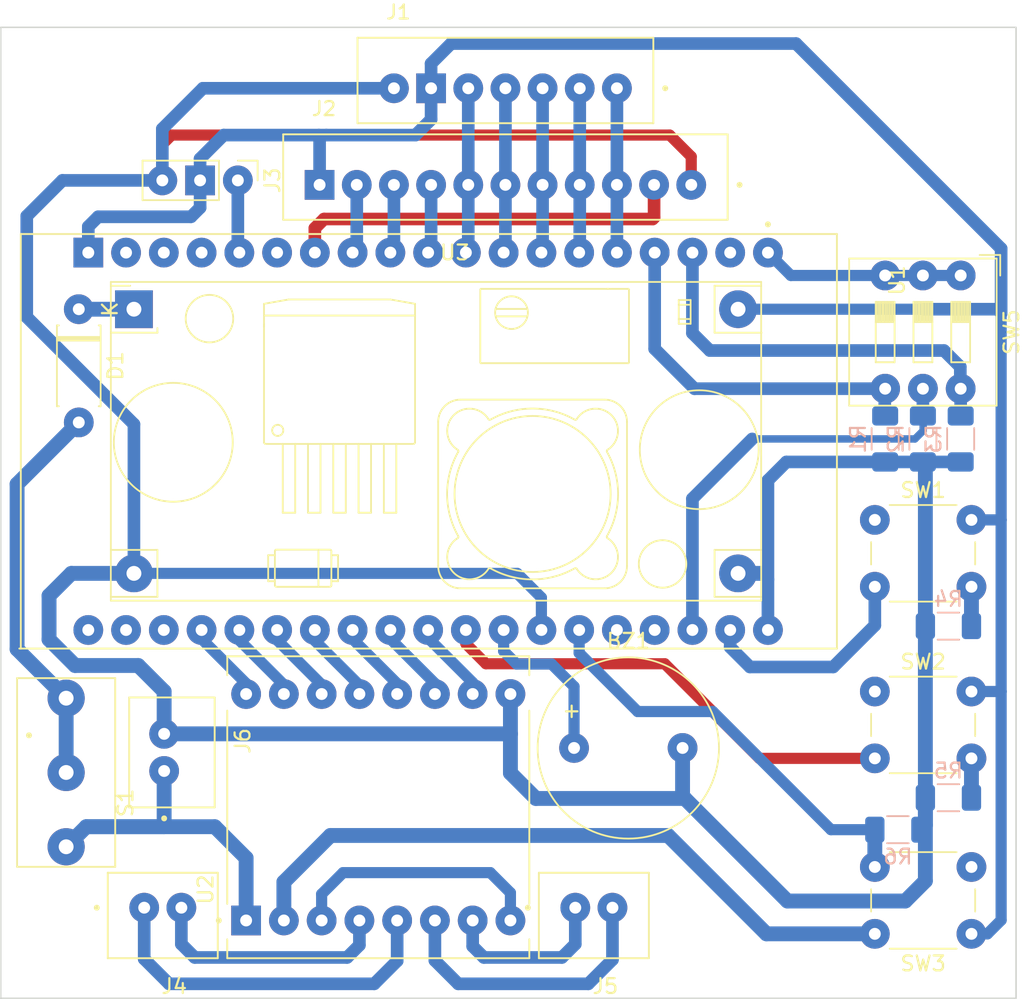
<source format=kicad_pcb>
(kicad_pcb (version 20221018) (generator pcbnew)
  (layers (0 "F.Cu" signal) (31 "B.Cu" signal) (34 "B.Paste" user) (35 "F.Paste" user) (36 "B.SilkS" user "B.Silkscreen") (37 "F.SilkS" user "F.Silkscreen") (38 "B.Mask" user) (39 "F.Mask" user) (44 "Edge.Cuts" user))
  (net 0 "")
  (net 1 "Net-(U2-A02)")
  (net 2 "Net-(U2-A01)")
  (net 3 "Net-(U2-B02)")
  (net 4 "Net-(U2-B01)")
  (net 5 "GND")
  (net 6 "+5V")
  (net 7 "+3.3V")
  (net 9 "/1")
  (net 10 "/2")
  (net 11 "/3")
  (net 12 "/4")
  (net 13 "/5")
  (net 14 "/6")
  (net 15 "/7")
  (net 16 "/8")
  (net 17 "/IR")
  (net 18 "/Servo")
  (net 22 "/SW1")
  (net 23 "/SW2")
  (net 26 "/B")
  (net 27 "/B2")
  (net 28 "/B1")
  (net 29 "/STBY")
  (net 30 "/A1")
  (net 31 "/A2")
  (net 32 "/A")
  (net 36 "/SW3")
  (net 37 "/But1")
  (net 38 "/But2")
  (net 39 "/But3")
  (net 40 "Net-(D1-K)")
  (net 41 "VCC")
  (net 42 "/Buzz")
  (net 43 "Net-(D1-A)")
  (net 44 "/TTP223")
  (footprint "Connector_PinHeader_2.54mm:PinHeader_1x03_P2.54mm_Vertical" (layer "F.Cu") (at 125.7834 78.8667 -90)
    (fp_text reference "J3" (at 0 -2.33 90) (layer "F.SilkS"))
    (fp_text value "Conn_01x03_Pin" hide)
    (pad "1" thru_hole circle (at 0 0 270) (size 2 2) (drill 0.8) (layers "*.Cu" "*.Mask") (net 18 "/Servo"))
    (pad "2" thru_hole rect (at 0 2.54 270) (size 2 2) (drill 0.8) (layers "*.Cu" "*.Mask") (net 6 "+5V"))
    (pad "3" thru_hole circle (at 0 5.08 270) (size 2 2) (drill 0.8) (layers "*.Cu" "*.Mask") (net 5 "GND"))
  )
  (footprint "Button_Switch_THT:SW_PUSH_6mm_H4.3mm" (layer "F.Cu") (at 168.6334 101.7167)
    (fp_text reference "SW1" (at 3.25 -2) (layer "F.SilkS"))
    (fp_text value "SW_Push")
    (pad "1" thru_hole circle (at 0 0) (size 2 2) (drill 0.8) (layers "*.Cu" "*.Mask") (net 6 "+5V"))
    (pad "1" thru_hole circle (at 6.5 0) (size 2 2) (drill 0.8) (layers "*.Cu" "*.Mask") (net 6 "+5V"))
    (pad "2" thru_hole circle (at 0 4.5) (size 2 2) (drill 0.8) (layers "*.Cu" "*.Mask") (net 37 "/But1"))
    (pad "2" thru_hole circle (at 6.5 4.5) (size 2 2) (drill 0.8) (layers "*.Cu" "*.Mask") (net 37 "/But1"))
  )
  (footprint "Footprints:YAAJ_DCDC_StepDown_LM2596" (layer "F.Cu") (at 118.7934 87.5367)
    (fp_text reference "U3" (at 21.59 -3.81) (layer "F.SilkS"))
    (fp_text value "Module_LM2596")
    (pad "1" thru_hole rect (at 0 0) (size 2.54 2.54) (drill 1) (layers "*.Cu" "*.Mask") (net 40 "Net-(D1-K)"))
    (pad "2" thru_hole circle (at 0 17.78) (size 2.54 2.54) (drill 1) (layers "*.Cu" "*.Mask") (net 5 "GND"))
    (pad "3" thru_hole circle (at 40.64 17.78) (size 2.54 2.54) (drill 1) (layers "*.Cu" "*.Mask") (net 5 "GND"))
    (pad "4" thru_hole circle (at 40.64 0) (size 2.54 2.54) (drill 1) (layers "*.Cu" "*.Mask") (net 6 "+5V"))
  )
  (footprint "Button_Switch_THT:SW_PUSH_6mm_H4.3mm" (layer "F.Cu") (at 175.1334 129.5767 180)
    (fp_text reference "SW3" (at 3.25 -2) (layer "F.SilkS"))
    (fp_text value "SW_Push")
    (pad "1" thru_hole circle (at 0 0 180) (size 2 2) (drill 0.8) (layers "*.Cu" "*.Mask") (net 6 "+5V"))
    (pad "1" thru_hole circle (at 6.5 0 180) (size 2 2) (drill 0.8) (layers "*.Cu" "*.Mask") (net 6 "+5V"))
    (pad "2" thru_hole circle (at 0 4.5 180) (size 2 2) (drill 0.8) (layers "*.Cu" "*.Mask") (net 39 "/But3"))
    (pad "2" thru_hole circle (at 6.5 4.5 180) (size 2 2) (drill 0.8) (layers "*.Cu" "*.Mask") (net 39 "/But3"))
  )
  (footprint "2xh:JST_B2B-XH-A_LF__SN_" (layer "F.Cu") (at 121.35 117.3667 -90)
    (fp_text reference "J6" (at -0.775 -4.76 90) (layer "F.SilkS"))
    (fp_text value "connector")
    (pad "1" thru_hole circle (at 1.25 0.525 270) (size 2 2) (drill 0.8) (layers "*.Cu" "*.Mask") (net 41 "VCC"))
    (pad "2" thru_hole circle (at -1.25 0.525 270) (size 2 2) (drill 0.8) (layers "*.Cu" "*.Mask") (net 5 "GND"))
  )
  (footprint "2xh:JST_B2B-XH-A_LF__SN_" (layer "F.Cu") (at 149.7334 128.3417 180)
    (fp_text reference "J5" (at -0.775 -4.76) (layer "F.SilkS"))
    (fp_text value "B2B-XH-A_LF__SN_" hide)
    (pad "1" thru_hole circle (at 1.25 0.525 180) (size 2 2) (drill 0.8) (layers "*.Cu" "*.Mask") (net 4 "Net-(U2-B01)"))
    (pad "2" thru_hole circle (at -1.25 0.525 180) (size 2 2) (drill 0.8) (layers "*.Cu" "*.Mask") (net 3 "Net-(U2-B02)"))
  )
  (footprint "Button_Switch_THT:SW_PUSH_6mm_H4.3mm" (layer "F.Cu") (at 168.6334 113.2667)
    (fp_text reference "SW2" (at 3.25 -2) (layer "F.SilkS"))
    (fp_text value "SW_Push")
    (pad "1" thru_hole circle (at 0 0) (size 2 2) (drill 0.8) (layers "*.Cu" "*.Mask") (net 6 "+5V"))
    (pad "1" thru_hole circle (at 6.5 0) (size 2 2) (drill 0.8) (layers "*.Cu" "*.Mask") (net 6 "+5V"))
    (pad "2" thru_hole circle (at 0 4.5) (size 2 2) (drill 0.8) (layers "*.Cu" "*.Mask") (net 38 "/But2"))
    (pad "2" thru_hole circle (at 6.5 4.5) (size 2 2) (drill 0.8) (layers "*.Cu" "*.Mask") (net 38 "/But2"))
  )
  (footprint "7xh:JST_B7B-XH-A_LF__SN_" (layer "F.Cu") (at 143.7834 72.1417)
    (fp_text reference "J1" (at -7.2 -4.6) (layer "F.SilkS") (effects (font (size 0.944882 0.944882))))
    (fp_text value "~")
    (pad "1" thru_hole circle (at 7.5 0.525) (size 2 2) (drill 0.8) (layers "*.Cu" "*.Mask") (net 9 "/1"))
    (pad "2" thru_hole circle (at 5 0.525) (size 2 2) (drill 0.8) (layers "*.Cu" "*.Mask") (net 10 "/2"))
    (pad "3" thru_hole circle (at 2.5 0.525) (size 2 2) (drill 0.8) (layers "*.Cu" "*.Mask") (net 11 "/3"))
    (pad "4" thru_hole circle (at 0 0.525) (size 2 2) (drill 0.8) (layers "*.Cu" "*.Mask") (net 12 "/4"))
    (pad "5" thru_hole circle (at -2.5 0.525) (size 2 2) (drill 0.8) (layers "*.Cu" "*.Mask") (net 13 "/5"))
    (pad "6" thru_hole rect (at -5 0.525) (size 2 2) (drill 0.8) (layers "*.Cu" "*.Mask") (net 6 "+5V"))
    (pad "7" thru_hole circle (at -7.5 0.525) (size 2 2) (drill 0.8) (layers "*.Cu" "*.Mask") (net 5 "GND"))
  )
  (footprint "Diode_THT:D_DO-41_SOD81_P7.62mm_Horizontal" (layer "F.Cu") (at 115.0834 87.5367 -90)
    (fp_text reference "D1" (at 3.81 -2.47 90) (layer "F.SilkS"))
    (fp_text value "1N4007")
    (fp_text user "K" (at 0 -2.1 90) (layer "F.SilkS"))
    (pad "1" thru_hole circle (at 0 0 270) (size 2 2) (drill 0.8) (layers "*.Cu" "*.Mask") (net 40 "Net-(D1-K)"))
    (pad "2" thru_hole circle (at 7.62 0 270) (size 2 2) (drill 0.8) (layers "*.Cu" "*.Mask") (net 43 "Net-(D1-A)"))
  )
  (footprint "11xh:JST_B11B-XH-A_LF__SN_" (layer "F.Cu") (at 143.7834 78.6417)
    (fp_text reference "J2" (at -12.2 -4.6) (layer "F.SilkS") (effects (font (size 0.944882 0.944882))))
    (fp_text value "B11B-XH-A_LF__SN_")
    (pad "1" thru_hole circle (at 12.5 0.525) (size 2 2) (drill 0.8) (layers "*.Cu" "*.Mask") (net 5 "GND"))
    (pad "2" thru_hole circle (at 10 0.525) (size 2 2) (drill 0.8) (layers "*.Cu" "*.Mask") (net 17 "/IR"))
    (pad "3" thru_hole circle (at 7.5 0.525) (size 2 2) (drill 0.8) (layers "*.Cu" "*.Mask") (net 9 "/1"))
    (pad "4" thru_hole circle (at 5 0.525) (size 2 2) (drill 0.8) (layers "*.Cu" "*.Mask") (net 10 "/2"))
    (pad "5" thru_hole circle (at 2.5 0.525) (size 2 2) (drill 0.8) (layers "*.Cu" "*.Mask") (net 11 "/3"))
    (pad "6" thru_hole circle (at 0 0.525) (size 2 2) (drill 0.8) (layers "*.Cu" "*.Mask") (net 12 "/4"))
    (pad "7" thru_hole circle (at -2.5 0.525) (size 2 2) (drill 0.8) (layers "*.Cu" "*.Mask") (net 13 "/5"))
    (pad "8" thru_hole circle (at -5 0.525) (size 2 2) (drill 0.8) (layers "*.Cu" "*.Mask") (net 14 "/6"))
    (pad "9" thru_hole circle (at -7.5 0.525) (size 2 2) (drill 0.8) (layers "*.Cu" "*.Mask") (net 15 "/7"))
    (pad "10" thru_hole circle (at -10 0.525) (size 2 2) (drill 0.8) (layers "*.Cu" "*.Mask") (net 16 "/8"))
    (pad "11" thru_hole rect (at -12.5 0.525) (size 2 2) (drill 0.8) (layers "*.Cu" "*.Mask") (net 6 "+5V"))
  )
  (footprint "2xh:JST_B2B-XH-A_LF__SN_" (layer "F.Cu") (at 120.7334 128.3417 180)
    (fp_text reference "J4" (at -0.775 -4.76) (layer "F.SilkS"))
    (fp_text value "B2B-XH-A_LF__SN_" hide)
    (pad "1" thru_hole circle (at 1.25 0.525 180) (size 2 2) (drill 0.8) (layers "*.Cu" "*.Mask") (net 1 "Net-(U2-A02)"))
    (pad "2" thru_hole circle (at -1.25 0.525 180) (size 2 2) (drill 0.8) (layers "*.Cu" "*.Mask") (net 2 "Net-(U2-A01)"))
  )
  (footprint "TB6612:MODULE_ROB-14450" (layer "F.Cu") (at 135.23 121.0567 90)
    (fp_text reference "U2" (at -5.5332 -11.6132 90) (layer "F.SilkS"))
    (fp_text value "TB6612" hide)
    (pad "1" thru_hole rect (at -7.62 -8.89 90) (size 2 2) (drill 0.8) (layers "*.Cu" "*.Mask") (net 41 "VCC"))
    (pad "2" thru_hole circle (at -7.62 -6.35 90) (size 2 2) (drill 0.8) (layers "*.Cu" "*.Mask") (net 6 "+5V"))
    (pad "3" thru_hole circle (at -7.62 -3.81 90) (size 2 2) (drill 0.8) (layers "*.Cu" "*.Mask") (net 5 "GND"))
    (pad "4" thru_hole circle (at -7.62 -1.27 90) (size 2 2) (drill 0.8) (layers "*.Cu" "*.Mask") (net 2 "Net-(U2-A01)"))
    (pad "5" thru_hole circle (at -7.62 1.27 90) (size 2 2) (drill 0.8) (layers "*.Cu" "*.Mask") (net 1 "Net-(U2-A02)"))
    (pad "6" thru_hole circle (at -7.62 3.81 90) (size 2 2) (drill 0.8) (layers "*.Cu" "*.Mask") (net 3 "Net-(U2-B02)"))
    (pad "7" thru_hole circle (at -7.62 6.35 90) (size 2 2) (drill 0.8) (layers "*.Cu" "*.Mask") (net 4 "Net-(U2-B01)"))
    (pad "8" thru_hole circle (at -7.62 8.89 90) (size 2 2) (drill 0.8) (layers "*.Cu" "*.Mask") (net 5 "GND"))
    (pad "9" thru_hole circle (at 7.62 8.89 90) (size 2 2) (drill 0.8) (layers "*.Cu" "*.Mask") (net 5 "GND"))
    (pad "10" thru_hole circle (at 7.62 6.35 90) (size 2 2) (drill 0.8) (layers "*.Cu" "*.Mask") (net 26 "/B"))
    (pad "11" thru_hole circle (at 7.62 3.81 90) (size 2 2) (drill 0.8) (layers "*.Cu" "*.Mask") (net 27 "/B2"))
    (pad "12" thru_hole circle (at 7.62 1.27 90) (size 2 2) (drill 0.8) (layers "*.Cu" "*.Mask") (net 28 "/B1"))
    (pad "13" thru_hole circle (at 7.62 -1.27 90) (size 2 2) (drill 0.8) (layers "*.Cu" "*.Mask") (net 29 "/STBY"))
    (pad "14" thru_hole circle (at 7.62 -3.81 90) (size 2 2) (drill 0.8) (layers "*.Cu" "*.Mask") (net 30 "/A1"))
    (pad "15" thru_hole circle (at 7.62 -6.35 90) (size 2 2) (drill 0.8) (layers "*.Cu" "*.Mask") (net 31 "/A2"))
    (pad "16" thru_hole circle (at 7.62 -8.89 90) (size 2 2) (drill 0.8) (layers "*.Cu" "*.Mask") (net 32 "/A"))
  )
  (footprint "ESP32-DEVKITC-32D:MODULE_ESP32-DEVKITC-32D" (layer "F.Cu") (at 141.6834 96.4267 -90)
    (fp_text reference "U1" (at -10.829175 -28.446045 90) (layer "F.SilkS") (effects (font (size 1.000386 1.000386))))
    (fp_text value "ESP32-DEVKITC-32D" hide)
    (pad "J2-1" thru_hole circle (at -12.7 -19.76 270) (size 2 2) (drill 0.8) (layers "*.Cu" "*.Mask") (net 7 "+3.3V"))
    (pad "J2-2" thru_hole circle (at -12.7 -17.22 270) (size 2 2) (drill 0.8) (layers "*.Cu" "*.Mask"))
    (pad "J2-3" thru_hole circle (at -12.7 -14.68 270) (size 2 2) (drill 0.8) (layers "*.Cu" "*.Mask") (net 36 "/SW3"))
    (pad "J2-4" thru_hole circle (at -12.7 -12.14 270) (size 2 2) (drill 0.8) (layers "*.Cu" "*.Mask") (net 22 "/SW1"))
    (pad "J2-5" thru_hole circle (at -12.7 -9.6 270) (size 2 2) (drill 0.8) (layers "*.Cu" "*.Mask") (net 9 "/1"))
    (pad "J2-6" thru_hole circle (at -12.7 -7.06 270) (size 2 2) (drill 0.8) (layers "*.Cu" "*.Mask") (net 10 "/2"))
    (pad "J2-7" thru_hole circle (at -12.7 -4.52 270) (size 2 2) (drill 0.8) (layers "*.Cu" "*.Mask") (net 11 "/3"))
    (pad "J2-8" thru_hole circle (at -12.7 -1.98 270) (size 2 2) (drill 0.8) (layers "*.Cu" "*.Mask") (net 12 "/4"))
    (pad "J2-9" thru_hole circle (at -12.7 0.56 270) (size 2 2) (drill 0.8) (layers "*.Cu" "*.Mask") (net 13 "/5"))
    (pad "J2-10" thru_hole circle (at -12.7 3.1 270) (size 2 2) (drill 0.8) (layers "*.Cu" "*.Mask") (net 14 "/6"))
    (pad "J2-11" thru_hole circle (at -12.7 5.64 270) (size 2 2) (drill 0.8) (layers "*.Cu" "*.Mask") (net 15 "/7"))
    (pad "J2-12" thru_hole circle (at -12.7 8.18 270) (size 2 2) (drill 0.8) (layers "*.Cu" "*.Mask") (net 16 "/8"))
    (pad "J2-13" thru_hole circle (at -12.7 10.72 270) (size 2 2) (drill 0.8) (layers "*.Cu" "*.Mask") (net 17 "/IR"))
    (pad "J2-14" thru_hole circle (at -12.7 13.26 270) (size 2 2) (drill 0.8) (layers "*.Cu" "*.Mask") (net 5 "GND"))
    (pad "J2-15" thru_hole circle (at -12.7 15.8 270) (size 2 2) (drill 0.8) (layers "*.Cu" "*.Mask") (net 44 "/TTP223"))
    (pad "J2-16" thru_hole circle (at -12.7 18.34 270) (size 2 2) (drill 0.8) (layers "*.Cu" "*.Mask"))
    (pad "J2-17" thru_hole circle (at -12.7 20.88 270) (size 2 2) (drill 0.8) (layers "*.Cu" "*.Mask"))
    (pad "J2-18" thru_hole circle (at -12.7 23.42 270) (size 2 2) (drill 0.8) (layers "*.Cu" "*.Mask"))
    (pad "J2-19" thru_hole rect (at -12.7 25.96 270) (size 2 2) (drill 0.8) (layers "*.Cu" "*.Mask") (net 6 "+5V"))
    (pad "J3-1" thru_hole circle (at 12.7 -19.76 270) (size 2 2) (drill 0.8) (layers "*.Cu" "*.Mask") (net 5 "GND"))
    (pad "J3-2" thru_hole circle (at 12.7 -17.22 270) (size 2 2) (drill 0.8) (layers "*.Cu" "*.Mask") (net 37 "/But1"))
    (pad "J3-3" thru_hole circle (at 12.7 -14.68 270) (size 2 2) (drill 0.8) (layers "*.Cu" "*.Mask") (net 23 "/SW2"))
    (pad "J3-4" thru_hole circle (at 12.7 -12.14 270) (size 2 2) (drill 0.8) (layers "*.Cu" "*.Mask"))
    (pad "J3-5" thru_hole circle (at 12.7 -9.6 270) (size 2 2) (drill 0.8) (layers "*.Cu" "*.Mask"))
    (pad "J3-6" thru_hole circle (at 12.7 -7.06 270) (size 2 2) (drill 0.8) (layers "*.Cu" "*.Mask") (net 39 "/But3"))
    (pad "J3-7" thru_hole circle (at 12.7 -4.52 270) (size 2 2) (drill 0.8) (layers "*.Cu" "*.Mask") (net 5 "GND"))
    (pad "J3-8" thru_hole circle (at 12.7 -1.98 270) (size 2 2) (drill 0.8) (layers "*.Cu" "*.Mask") (net 42 "/Buzz"))
    (pad "J3-9" thru_hole circle (at 12.7 0.56 270) (size 2 2) (drill 0.8) (layers "*.Cu" "*.Mask") (net 38 "/But2"))
    (pad "J3-10" thru_hole circle (at 12.7 3.1 270) (size 2 2) (drill 0.8) (layers "*.Cu" "*.Mask") (net 26 "/B"))
    (pad "J3-11" thru_hole circle (at 12.7 5.64 270) (size 2 2) (drill 0.8) (layers "*.Cu" "*.Mask") (net 27 "/B2"))
    (pad "J3-12" thru_hole circle (at 12.7 8.18 270) (size 2 2) (drill 0.8) (layers "*.Cu" "*.Mask") (net 28 "/B1"))
    (pad "J3-13" thru_hole circle (at 12.7 10.72 270) (size 2 2) (drill 0.8) (layers "*.Cu" "*.Mask") (net 29 "/STBY"))
    (pad "J3-14" thru_hole circle (at 12.7 13.26 270) (size 2 2) (drill 0.8) (layers "*.Cu" "*.Mask") (net 30 "/A1"))
    (pad "J3-15" thru_hole circle (at 12.7 15.8 270) (size 2 2) (drill 0.8) (layers "*.Cu" "*.Mask") (net 31 "/A2"))
    (pad "J3-16" thru_hole circle (at 12.7 18.34 270) (size 2 2) (drill 0.8) (layers "*.Cu" "*.Mask") (net 32 "/A"))
    (pad "J3-17" thru_hole circle (at 12.7 20.88 270) (size 2 2) (drill 0.8) (layers "*.Cu" "*.Mask"))
    (pad "J3-18" thru_hole circle (at 12.7 23.42 270) (size 2 2) (drill 0.8) (layers "*.Cu" "*.Mask"))
    (pad "J3-19" thru_hole circle (at 12.7 25.96 270) (size 2 2) (drill 0.8) (layers "*.Cu" "*.Mask"))
  )
  (footprint "Buzzer_Beeper:Buzzer_12x9.5RM7.6" (layer "F.Cu") (at 148.25 117.0667)
    (fp_text reference "BZ1" (at 3.8 -7.2) (layer "F.SilkS"))
    (fp_text value "Buzzer")
    (fp_text user "+" (at -0.01 -2.54) (layer "F.SilkS"))
    (pad "1" thru_hole circle (at 0.15 0) (size 2 2) (drill 0.8) (layers "*.Cu" "*.Mask") (net 42 "/Buzz"))
    (pad "2" thru_hole circle (at 7.45 0) (size 2 2) (drill 0.8) (layers "*.Cu" "*.Mask") (net 5 "GND"))
  )
  (footprint "eg1218:SW_EG1218" (layer "F.Cu") (at 114.2334 118.7167 -90)
    (fp_text reference "S1" (at 2.05 -4 90) (layer "F.SilkS"))
    (fp_text value "công tắc")
    (pad "1" thru_hole circle (at -5 0 270) (size 2.5 2.5) (drill 1) (layers "*.Cu" "*.Mask") (net 43 "Net-(D1-A)"))
    (pad "2" thru_hole circle (at 0 0 270) (size 2.5 2.5) (drill 1) (layers "*.Cu" "*.Mask") (net 43 "Net-(D1-A)"))
    (pad "3" thru_hole circle (at 5 0 270) (size 2.5 2.5) (drill 1) (layers "*.Cu" "*.Mask") (net 41 "VCC"))
  )
  (footprint "Button_Switch_THT:SW_DIP_SPSTx03_Slide_9.78x9.8mm_W7.62mm_P2.54mm" (layer "F.Cu") (at 174.4084 85.2667 -90)
    (fp_text reference "SW5" (at 3.81 -3.42 90) (layer "F.SilkS"))
    (fp_text value "SW_DIP_x03")
    (pad "1" thru_hole circle (at 0 0 270) (size 2 2) (drill 0.8) (layers "*.Cu" "*.Mask") (net 7 "+3.3V"))
    (pad "2" thru_hole circle (at 0 2.54 270) (size 2 2) (drill 0.8) (layers "*.Cu" "*.Mask") (net 7 "+3.3V"))
    (pad "3" thru_hole circle (at 0 5.08 270) (size 2 2) (drill 0.8) (layers "*.Cu" "*.Mask") (net 7 "+3.3V"))
    (pad "4" thru_hole circle (at 7.62 5.08 270) (size 2 2) (drill 0.8) (layers "*.Cu" "*.Mask") (net 22 "/SW1"))
    (pad "5" thru_hole circle (at 7.62 2.54 270) (size 2 2) (drill 0.8) (layers "*.Cu" "*.Mask") (net 23 "/SW2"))
    (pad "6" thru_hole circle (at 7.62 0 270) (size 2 2) (drill 0.8) (layers "*.Cu" "*.Mask") (net 36 "/SW3"))
  )
  (footprint "Resistor_SMD:R_1206_3216Metric_Pad1.30x1.75mm_HandSolder" (layer "B.Cu") (at 174.4084 96.2667 -90)
    (fp_text reference "R3" (at 0 1.82 -270) (layer "B.SilkS") (effects (justify mirror)))
    (fp_text value "R")
    (pad "1" smd roundrect (at -1.55 0 270) (size 1.3 1.75) (layers "B.Cu" "B.Paste" "B.Mask") (roundrect_rratio 0.192308) (net 36 "/SW3"))
    (pad "2" smd roundrect (at 1.55 0 270) (size 1.3 1.75) (layers "B.Cu" "B.Paste" "B.Mask") (roundrect_rratio 0.192308) (net 5 "GND"))
  )
  (footprint "Resistor_SMD:R_1206_3216Metric_Pad1.30x1.75mm_HandSolder" (layer "B.Cu") (at 170.1834 122.5667)
    (fp_text reference "R6" (at 0 1.82) (layer "B.SilkS") (effects (justify mirror)))
    (fp_text value "R")
    (pad "1" smd roundrect (at -1.55 0) (size 1.3 1.75) (layers "B.Cu" "B.Paste" "B.Mask") (roundrect_rratio 0.192308) (net 39 "/But3"))
    (pad "2" smd roundrect (at 1.55 0) (size 1.3 1.75) (layers "B.Cu" "B.Paste" "B.Mask") (roundrect_rratio 0.192308) (net 5 "GND"))
  )
  (footprint "Resistor_SMD:R_1206_3216Metric_Pad1.30x1.75mm_HandSolder" (layer "B.Cu") (at 173.5834 120.4167 180)
    (fp_text reference "R5" (at 0 1.82) (layer "B.SilkS") (effects (justify mirror)))
    (fp_text value "R")
    (pad "1" smd roundrect (at -1.55 0 180) (size 1.3 1.75) (layers "B.Cu" "B.Paste" "B.Mask") (roundrect_rratio 0.192308) (net 38 "/But2"))
    (pad "2" smd roundrect (at 1.55 0 180) (size 1.3 1.75) (layers "B.Cu" "B.Paste" "B.Mask") (roundrect_rratio 0.192308) (net 5 "GND"))
  )
  (footprint "Resistor_SMD:R_1206_3216Metric_Pad1.30x1.75mm_HandSolder" (layer "B.Cu") (at 169.3284 96.2667 -90)
    (fp_text reference "R1" (at 0 1.82 -270) (layer "B.SilkS") (effects (justify mirror)))
    (fp_text value "R")
    (pad "1" smd roundrect (at -1.55 0 270) (size 1.3 1.75) (layers "B.Cu" "B.Paste" "B.Mask") (roundrect_rratio 0.192308) (net 22 "/SW1"))
    (pad "2" smd roundrect (at 1.55 0 270) (size 1.3 1.75) (layers "B.Cu" "B.Paste" "B.Mask") (roundrect_rratio 0.192308) (net 5 "GND"))
  )
  (footprint "Resistor_SMD:R_1206_3216Metric_Pad1.30x1.75mm_HandSolder" (layer "B.Cu") (at 173.5834 108.8667 180)
    (fp_text reference "R4" (at 0 1.82) (layer "B.SilkS") (effects (justify mirror)))
    (fp_text value "R")
    (pad "1" smd roundrect (at -1.55 0 180) (size 1.3 1.75) (layers "B.Cu" "B.Paste" "B.Mask") (roundrect_rratio 0.192308) (net 37 "/But1"))
    (pad "2" smd roundrect (at 1.55 0 180) (size 1.3 1.75) (layers "B.Cu" "B.Paste" "B.Mask") (roundrect_rratio 0.192308) (net 5 "GND"))
  )
  (footprint "Resistor_SMD:R_1206_3216Metric_Pad1.30x1.75mm_HandSolder" (layer "B.Cu") (at 171.8684 96.2667 -90)
    (fp_text reference "R2" (at 0 1.82 -270) (layer "B.SilkS") (effects (justify mirror)))
    (fp_text value "R")
    (pad "1" smd roundrect (at -1.55 0 270) (size 1.3 1.75) (layers "B.Cu" "B.Paste" "B.Mask") (roundrect_rratio 0.192308) (net 23 "/SW2"))
    (pad "2" smd roundrect (at 1.55 0 270) (size 1.3 1.75) (layers "B.Cu" "B.Paste" "B.Mask") (roundrect_rratio 0.192308) (net 5 "GND"))
  )
  (gr_rect (start 109.8334 68.5667) (end 178.1334 133.9167) (stroke (width 0.1)) (fill none) (layer "Edge.Cuts"))
  (segment (start 121.1584 132.9417) (end 119.4834 131.2667) (width 0.85) (layer "B.Cu") (net 1))
  (segment (start 119.4834 131.2667) (end 119.4834 127.8167) (width 0.85) (layer "B.Cu") (net 1))
  (segment (start 134.9584 132.9417) (end 121.1584 132.9417) (width 0.85) (layer "B.Cu") (net 1))
  (segment (start 136.5 131.4001) (end 134.9584 132.9417) (width 0.85) (layer "B.Cu") (net 1))
  (segment (start 136.5 128.6767) (end 136.5 131.4001) (width 0.85) (layer "B.Cu") (net 1))
  (segment (start 133.96 128.6767) (end 133.96 130.3401) (width 0.85) (layer "B.Cu") (net 2))
  (segment (start 133.96 130.3401) (end 133.1334 131.1667) (width 0.85) (layer "B.Cu") (net 2))
  (segment (start 133.1334 131.1667) (end 122.8834 131.1667) (width 0.85) (layer "B.Cu") (net 2))
  (segment (start 121.9834 130.2667) (end 121.9834 127.8167) (width 0.85) (layer "B.Cu") (net 2))
  (segment (start 122.8834 131.1667) (end 121.9834 130.2667) (width 0.85) (layer "B.Cu") (net 2))
  (segment (start 139.04 131.3733) (end 140.6084 132.9417) (width 0.85) (layer "B.Cu") (net 3))
  (segment (start 150.9834 131.3167) (end 150.9834 127.8167) (width 0.85) (layer "B.Cu") (net 3))
  (segment (start 149.3584 132.9417) (end 150.9834 131.3167) (width 0.85) (layer "B.Cu") (net 3))
  (segment (start 140.6084 132.9417) (end 149.3584 132.9417) (width 0.85) (layer "B.Cu") (net 3))
  (segment (start 139.04 128.6767) (end 139.04 131.3733) (width 0.85) (layer "B.Cu") (net 3))
  (segment (start 142.3334 131.1667) (end 147.5834 131.1667) (width 0.85) (layer "B.Cu") (net 4))
  (segment (start 141.58 128.6767) (end 141.58 130.4133) (width 0.85) (layer "B.Cu") (net 4))
  (segment (start 147.5834 131.1667) (end 148.4834 130.2667) (width 0.85) (layer "B.Cu") (net 4))
  (segment (start 141.58 130.4133) (end 142.3334 131.1667) (width 0.85) (layer "B.Cu") (net 4))
  (segment (start 148.4834 130.2667) (end 148.4834 127.8167) (width 0.85) (layer "B.Cu") (net 4))
  (segment (start 156.2834 77.2667) (end 154.8334 75.8167) (width 0.75) (layer "F.Cu") (net 5))
  (segment (start 154.8334 75.8167) (end 121.3334 75.8167) (width 0.75) (layer "F.Cu") (net 5))
  (segment (start 156.2834 79.1667) (end 156.2834 77.2667) (width 0.75) (layer "F.Cu") (net 5))
  (segment (start 120.7034 76.4467) (end 120.7034 78.8667) (width 0.75) (layer "F.Cu") (net 5))
  (segment (start 121.3334 75.8167) (end 120.7034 76.4467) (width 0.75) (layer "F.Cu") (net 5))
  (segment (start 162.6834 97.8167) (end 161.4434 99.0567) (width 0.85) (layer "B.Cu") (net 5))
  (segment (start 155.7 117.0667) (end 155.7 120.3167) (width 1) (layer "B.Cu") (net 5))
  (segment (start 120.7034 78.8667) (end 120.7034 75.3967) (width 0.85) (layer "B.Cu") (net 5))
  (segment (start 144.12 118.7533) (end 144.12 116.1167) (width 1) (layer "B.Cu") (net 5))
  (segment (start 144.12 126.8133) (end 144.12 128.6767) (width 0.75) (layer "B.Cu") (net 5))
  (segment (start 120.825 113.2583) (end 119.0834 111.5167) (width 1) (layer "B.Cu") (net 5))
  (segment (start 111.5834 81.2667) (end 111.5834 88.0667) (width 0.85) (layer "B.Cu") (net 5))
  (segment (start 144.12 116.1167) (end 144.12 113.4367) (width 1) (layer "B.Cu") (net 5))
  (segment (start 120.825 116.1167) (end 120.825 113.2583) (width 1) (layer "B.Cu") (net 5))
  (segment (start 159.4334 105.3167) (end 161.3034 105.3167) (width 1) (layer "B.Cu") (net 5))
  (segment (start 161.3034 105.3167) (end 161.3134 105.3067) (width 1) (layer "B.Cu") (net 5))
  (segment (start 169.3284 97.9667) (end 169.4784 97.8167) (width 0.85) (layer "B.Cu") (net 5))
  (segment (start 162.75 127.3667) (end 170.6834 127.3667) (width 1) (layer "B.Cu") (net 5))
  (segment (start 155.85 120.4667) (end 145.8334 120.4667) (width 1) (layer "B.Cu") (net 5))
  (segment (start 169.4784 97.8167) (end 174.4084 97.8167) (width 0.85) (layer "B.Cu") (net 5))
  (segment (start 155.7 120.3167) (end 155.85 120.4667) (width 1) (layer "B.Cu") (net 5))
  (segment (start 146.2034 106.9467) (end 144.5734 105.3167) (width 0.75) (layer "B.Cu") (net 5))
  (segment (start 119.0834 111.5167) (end 114.8334 111.5167) (width 1) (layer "B.Cu") (net 5))
  (segment (start 113.0834 109.7667) (end 113.0834 106.8167) (width 1) (layer "B.Cu") (net 5))
  (segment (start 170.6834 127.3667) (end 172.0334 126.0167) (width 1) (layer "B.Cu") (net 5))
  (segment (start 120.7034 78.8667) (end 113.9834 78.8667) (width 0.85) (layer "B.Cu") (net 5))
  (segment (start 114.5834 105.3167) (end 118.7934 105.3167) (width 1) (layer "B.Cu") (net 5))
  (segment (start 172.0334 108.8667) (end 172.0334 97.9817) (width 1) (layer "B.Cu") (net 5))
  (segment (start 111.5834 88.0667) (end 118.7934 95.2767) (width 0.85) (layer "B.Cu") (net 5))
  (segment (start 144.5734 105.3167) (end 118.7934 105.3167) (width 0.75) (layer "B.Cu") (net 5))
  (segment (start 142.7634 125.4567) (end 144.12 126.8133) (width 0.75) (layer "B.Cu") (net 5))
  (segment (start 172.0334 97.9817) (end 171.8684 97.8167) (width 1) (layer "B.Cu") (net 5))
  (segment (start 132.8634 125.4567) (end 142.7634 125.4567) (width 0.75) (layer "B.Cu") (net 5))
  (segment (start 172.0334 122.2667) (end 171.7334 122.5667) (width 1) (layer "B.Cu") (net 5))
  (segment (start 120.7034 75.3967) (end 123.4334 72.6667) (width 0.85) (layer "B.Cu") (net 5))
  (segment (start 161.4434 105.7267) (end 161.4434 109.1267) (width 0.85) (layer "B.Cu") (net 5))
  (segment (start 131.42 128.6767) (end 131.42 126.9001) (width 0.75) (layer "B.Cu") (net 5))
  (segment (start 114.8334 111.5167) (end 113.0834 109.7667) (width 1) (layer "B.Cu") (net 5))
  (segment (start 113.0834 106.8167) (end 114.5834 105.3167) (width 1) (layer "B.Cu") (net 5))
  (segment (start 120.825 116.1167) (end 144.12 116.1167) (width 1) (layer "B.Cu") (net 5))
  (segment (start 155.85 120.4667) (end 162.75 127.3667) (width 1) (layer "B.Cu") (net 5))
  (segment (start 123.4334 72.6667) (end 136.2834 72.6667) (width 0.85) (layer "B.Cu") (net 5))
  (segment (start 131.42 126.9001) (end 132.8634 125.4567) (width 0.75) (layer "B.Cu") (net 5))
  (segment (start 161.4434 99.0567) (end 161.4434 105.7267) (width 0.85) (layer "B.Cu") (net 5))
  (segment (start 169.3284 97.8167) (end 162.6834 97.8167) (width 0.85) (layer "B.Cu") (net 5))
  (segment (start 172.0334 126.0167) (end 172.0334 120.4167) (width 1) (layer "B.Cu") (net 5))
  (segment (start 146.2034 109.1267) (end 146.2034 106.9467) (width 0.75) (layer "B.Cu") (net 5))
  (segment (start 172.0334 108.8667) (end 172.0334 122.2667) (width 1) (layer "B.Cu") (net 5))
  (segment (start 113.9834 78.8667) (end 111.5834 81.2667) (width 0.85) (layer "B.Cu") (net 5))
  (segment (start 145.8334 120.4667) (end 144.12 118.7533) (width 1) (layer "B.Cu") (net 5))
  (segment (start 118.7934 95.2767) (end 118.7934 105.3167) (width 0.85) (layer "B.Cu") (net 5))
  (segment (start 123.2434 80.7067) (end 123.2434 78.8667) (width 0.85) (layer "B.Cu") (net 6))
  (segment (start 132.0134 122.9567) (end 154.7234 122.9567) (width 1) (layer "B.Cu") (net 6))
  (segment (start 138.7834 71.0033) (end 138.7834 72.6667) (width 0.85) (layer "B.Cu") (net 6))
  (segment (start 177.13 87.8367) (end 177.13 83.4567) (width 0.85) (layer "B.Cu") (net 6))
  (segment (start 131.2834 79.1667) (end 131.2834 75.8667) (width 0.85) (layer "B.Cu") (net 6))
  (segment (start 176.21 129.5767) (end 175.1334 129.5767) (width 0.75) (layer "B.Cu") (net 6))
  (segment (start 177.13 101.7167) (end 175.1334 101.7167) (width 0.75) (layer "B.Cu") (net 6))
  (segment (start 161.3434 129.5767) (end 168.6334 129.5767) (width 1) (layer "B.Cu") (net 6))
  (segment (start 123.2434 78.8667) (end 123.2434 77.4067) (width 0.85) (layer "B.Cu") (net 6))
  (segment (start 140.13 69.6567) (end 138.7834 71.0033) (width 0.85) (layer "B.Cu") (net 6))
  (segment (start 163.33 69.6567) (end 140.13 69.6567) (width 0.85) (layer "B.Cu") (net 6))
  (segment (start 124.8334 75.8167) (end 131.7334 75.8167) (width 0.85) (layer "B.Cu") (net 6))
  (segment (start 123.2434 77.4067) (end 124.8334 75.8167) (width 0.85) (layer "B.Cu") (net 6))
  (segment (start 138.7834 74.7667) (end 138.7834 72.6667) (width 0.85) (layer "B.Cu") (net 6))
  (segment (start 122.6334 81.3167) (end 123.2434 80.7067) (width 0.85) (layer "B.Cu") (net 6))
  (segment (start 128.88 126.0901) (end 132.0134 122.9567) (width 1) (layer "B.Cu") (net 6))
  (segment (start 154.7234 122.9567) (end 161.3434 129.5767) (width 1) (layer "B.Cu") (net 6))
  (segment (start 131.7334 75.8167) (end 137.7334 75.8167) (width 0.85) (layer "B.Cu") (net 6))
  (segment (start 115.7234 83.7267) (end 115.7234 81.9767) (width 0.85) (layer "B.Cu") (net 6))
  (segment (start 177.13 113.2667) (end 175.1334 113.2667) (width 0.75) (layer "B.Cu") (net 6))
  (segment (start 177.13 87.8367) (end 177.13 101.7167) (width 0.75) (layer "B.Cu") (net 6))
  (segment (start 177.13 83.4567) (end 163.33 69.6567) (width 0.85) (layer "B.Cu") (net 6))
  (segment (start 115.7234 81.9767) (end 116.3834 81.3167) (width 0.85) (layer "B.Cu") (net 6))
  (segment (start 116.3834 81.3167) (end 122.6334 81.3167) (width 0.85) (layer "B.Cu") (net 6))
  (segment (start 177.13 128.6567) (end 176.21 129.5767) (width 0.75) (layer "B.Cu") (net 6))
  (segment (start 159.4334 87.5367) (end 171.917614 87.5367) (width 0.75) (layer "B.Cu") (net 6))
  (segment (start 128.88 128.6767) (end 128.88 126.0901) (width 1) (layer "B.Cu") (net 6))
  (segment (start 177.13 101.7167) (end 177.13 113.2667) (width 0.75) (layer "B.Cu") (net 6))
  (segment (start 177.13 113.2667) (end 177.13 128.6567) (width 0.75) (layer "B.Cu") (net 6))
  (segment (start 131.2834 75.8667) (end 131.2334 75.8167) (width 0.85) (layer "B.Cu") (net 6))
  (segment (start 176.83 87.5367) (end 171.917614 87.5367) (width 0.85) (layer "B.Cu") (net 6))
  (segment (start 137.7334 75.8167) (end 138.7834 74.7667) (width 0.85) (layer "B.Cu") (net 6))
  (segment (start 162.9834 85.2667) (end 161.4434 83.7267) (width 0.75) (layer "B.Cu") (net 7))
  (segment (start 169.3284 85.2667) (end 174.4084 85.2667) (width 0.75) (layer "B.Cu") (net 7))
  (segment (start 169.3284 85.2667) (end 162.9834 85.2667) (width 0.75) (layer "B.Cu") (net 7))
  (segment (start 151.2834 72.6667) (end 151.2834 79.1667) (width 0.85) (layer "B.Cu") (net 9))
  (segment (start 151.2834 79.1667) (end 151.2834 83.7267) (width 0.85) (layer "B.Cu") (net 9))
  (segment (start 148.7834 72.6667) (end 148.7834 79.1667) (width 0.85) (layer "B.Cu") (net 10))
  (segment (start 148.7834 79.1667) (end 148.7834 83.6867) (width 0.85) (layer "B.Cu") (net 10))
  (segment (start 148.7834 83.6867) (end 148.7434 83.7267) (width 0.85) (layer "B.Cu") (net 10))
  (segment (start 146.2834 72.6667) (end 146.2834 79.1667) (width 0.85) (layer "B.Cu") (net 11))
  (segment (start 146.2834 79.1667) (end 146.2834 83.6467) (width 0.85) (layer "B.Cu") (net 11))
  (segment (start 146.2834 83.6467) (end 146.2034 83.7267) (width 0.85) (layer "B.Cu") (net 11))
  (segment (start 143.7834 79.1667) (end 143.7834 83.6067) (width 0.85) (layer "B.Cu") (net 12))
  (segment (start 143.7834 83.6067) (end 143.6634 83.7267) (width 0.85) (layer "B.Cu") (net 12))
  (segment (start 143.7834 72.6667) (end 143.7834 79.1667) (width 0.85) (layer "B.Cu") (net 12))
  (segment (start 141.2834 79.1667) (end 141.2834 83.5667) (width 0.85) (layer "B.Cu") (net 13))
  (segment (start 141.2834 83.5667) (end 141.1234 83.7267) (width 0.85) (layer "B.Cu") (net 13))
  (segment (start 141.2834 72.6667) (end 141.2834 79.1667) (width 0.85) (layer "B.Cu") (net 13))
  (segment (start 138.7834 79.1667) (end 138.7834 83.5267) (width 0.85) (layer "B.Cu") (net 14))
  (segment (start 138.7834 83.5267) (end 138.5834 83.7267) (width 0.85) (layer "B.Cu") (net 14))
  (segment (start 136.2834 79.1667) (end 136.2834 83.4867) (width 0.85) (layer "B.Cu") (net 15))
  (segment (start 136.2834 83.4867) (end 136.0434 83.7267) (width 0.85) (layer "B.Cu") (net 15))
  (segment (start 133.7834 79.1667) (end 133.7834 83.4467) (width 0.85) (layer "B.Cu") (net 16))
  (segment (start 133.7834 83.4467) (end 133.5034 83.7267) (width 0.85) (layer "B.Cu") (net 16))
  (segment (start 153.6834 81.4667) (end 131.5834 81.4667) (width 0.85) (layer "F.Cu") (net 17))
  (segment (start 153.7834 81.3667) (end 153.6834 81.4667) (width 0.85) (layer "F.Cu") (net 17))
  (segment (start 130.9634 82.0867) (end 130.9634 83.7267) (width 0.85) (layer "F.Cu") (net 17))
  (segment (start 153.7834 79.1667) (end 153.7834 81.3667) (width 0.85) (layer "F.Cu") (net 17))
  (segment (start 131.5834 81.4667) (end 130.9634 82.0867) (width 0.85) (layer "F.Cu") (net 17))
  (segment (start 125.7834 78.8667) (end 125.7834 83.6267) (width 0.85) (layer "B.Cu") (net 18))
  (segment (start 125.7834 83.6267) (end 125.8834 83.7267) (width 0.85) (layer "B.Cu") (net 18))
  (segment (start 169.3034 94.6917) (end 169.3034 92.8867) (width 0.85) (layer "B.Cu") (net 22))
  (segment (start 169.3034 92.8867) (end 156.5034 92.8867) (width 0.85) (layer "B.Cu") (net 22))
  (segment (start 153.8234 90.2067) (end 153.8234 83.7267) (width 0.85) (layer "B.Cu") (net 22))
  (segment (start 169.3284 94.7167) (end 169.3034 94.6917) (width 0.85) (layer "B.Cu") (net 22))
  (segment (start 156.5034 92.8867) (end 153.8234 90.2067) (width 0.85) (layer "B.Cu") (net 22))
  (segment (start 171.8834 95.7167) (end 171.8834 94.7317) (width 0.5) (layer "B.Cu") (net 23))
  (segment (start 160.3834 96.2667) (end 171.3334 96.2667) (width 0.5) (layer "B.Cu") (net 23))
  (segment (start 171.3334 96.2667) (end 171.8834 95.7167) (width 0.5) (layer "B.Cu") (net 23))
  (segment (start 171.8684 92.9117) (end 171.8684 94.7167) (width 0.85) (layer "B.Cu") (net 23))
  (segment (start 171.8434 92.8867) (end 171.8684 92.9117) (width 0.85) (layer "B.Cu") (net 23))
  (segment (start 156.3634 109.1267) (end 156.3634 100.2867) (width 0.85) (layer "B.Cu") (net 23))
  (segment (start 171.8834 94.7317) (end 171.8684 94.7167) (width 0.5) (layer "B.Cu") (net 23))
  (segment (start 156.3634 100.2867) (end 160.3834 96.2667) (width 0.85) (layer "B.Cu") (net 23))
  (segment (start 138.5834 109.1267) (end 138.5834 109.6667) (width 0.75) (layer "B.Cu") (net 26))
  (segment (start 138.5834 109.6667) (end 141.58 112.6633) (width 0.75) (layer "B.Cu") (net 26))
  (segment (start 141.58 112.6633) (end 141.58 113.4367) (width 0.75) (layer "B.Cu") (net 26))
  (segment (start 136.0434 109.7267) (end 139.04 112.7233) (width 0.75) (layer "B.Cu") (net 27))
  (segment (start 136.0434 109.1267) (end 136.0434 109.7267) (width 0.75) (layer "B.Cu") (net 27))
  (segment (start 139.04 112.7233) (end 139.04 113.4367) (width 0.75) (layer "B.Cu") (net 27))
  (segment (start 136.5 112.7333) (end 136.5 113.4367) (width 0.75) (layer "B.Cu") (net 28))
  (segment (start 133.5034 109.7367) (end 136.5 112.7333) (width 0.75) (layer "B.Cu") (net 28))
  (segment (start 133.5034 109.1267) (end 133.5034 109.7367) (width 0.75) (layer "B.Cu") (net 28))
  (segment (start 130.9634 109.1267) (end 130.9634 109.8467) (width 0.75) (layer "B.Cu") (net 29))
  (segment (start 130.9634 109.8467) (end 133.96 112.8433) (width 0.75) (layer "B.Cu") (net 29))
  (segment (start 133.96 112.8433) (end 133.96 113.4367) (width 0.75) (layer "B.Cu") (net 29))
  (segment (start 128.4234 109.8067) (end 131.42 112.8033) (width 0.75) (layer "B.Cu") (net 30))
  (segment (start 128.4234 109.1267) (end 128.4234 109.8067) (width 0.75) (layer "B.Cu") (net 30))
  (segment (start 131.42 112.8033) (end 131.42 113.4367) (width 0.75) (layer "B.Cu") (net 30))
  (segment (start 128.88 112.8133) (end 128.88 113.4367) (width 0.75) (layer "B.Cu") (net 31))
  (segment (start 125.8834 109.8167) (end 128.88 112.8133) (width 0.75) (layer "B.Cu") (net 31))
  (segment (start 125.8834 109.1267) (end 125.8834 109.8167) (width 0.75) (layer "B.Cu") (net 31))
  (segment (start 123.3434 109.7267) (end 126.34 112.7233) (width 0.75) (layer "B.Cu") (net 32))
  (segment (start 126.34 112.7233) (end 126.34 113.4367) (width 0.75) (layer "B.Cu") (net 32))
  (segment (start 123.3434 109.1267) (end 123.3434 109.7267) (width 0.75) (layer "B.Cu") (net 32))
  (segment (start 174.4084 94.7167) (end 174.4084 92.9117) (width 0.85) (layer "B.Cu") (net 36))
  (segment (start 157.5334 90.3167) (end 156.3634 89.1467) (width 0.85) (layer "B.Cu") (net 36))
  (segment (start 156.3634 89.1467) (end 156.3634 83.7267) (width 0.85) (layer "B.Cu") (net 36))
  (segment (start 173.2834 90.3167) (end 157.5334 90.3167) (width 0.85) (layer "B.Cu") (net 36))
  (segment (start 174.4084 92.9117) (end 174.3834 92.8867) (width 0.85) (layer "B.Cu") (net 36))
  (segment (start 174.3834 91.4167) (end 173.2834 90.3167) (width 0.85) (layer "B.Cu") (net 36))
  (segment (start 174.3834 92.8867) (end 174.3834 91.4167) (width 0.85) (layer "B.Cu") (net 36))
  (segment (start 175.1334 108.8667) (end 175.1334 106.2167) (width 1) (layer "B.Cu") (net 37))
  (segment (start 160.2334 111.6167) (end 158.9034 110.2867) (width 0.85) (layer "B.Cu") (net 37))
  (segment (start 168.6334 108.8167) (end 165.8334 111.6167) (width 0.85) (layer "B.Cu") (net 37))
  (segment (start 158.9034 110.2867) (end 158.9034 109.1267) (width 0.85) (layer "B.Cu") (net 37))
  (segment (start 168.6334 106.2167) (end 168.6334 108.8167) (width 0.85) (layer "B.Cu") (net 37))
  (segment (start 165.8334 111.6167) (end 160.2334 111.6167) (width 0.85) (layer "B.Cu") (net 37))
  (segment (start 154.5 111.4) (end 142.4733 111.4) (width 0.75) (layer "F.Cu") (net 38))
  (segment (start 168.6334 117.7667) (end 160.8667 117.7667) (width 0.75) (layer "F.Cu") (net 38))
  (segment (start 142.4733 111.4) (end 141.1234 110.0501) (width 0.75) (layer "F.Cu") (net 38))
  (segment (start 160.8667 117.7667) (end 154.5 111.4) (width 0.75) (layer "F.Cu") (net 38))
  (segment (start 141.1234 110.0501) (end 141.1234 109.1267) (width 0.75) (layer "F.Cu") (net 38))
  (segment (start 175.1334 120.4167) (end 175.1334 117.7667) (width 1) (layer "B.Cu") (net 38))
  (segment (start 148.7434 110.6767) (end 152.6834 114.6167) (width 0.75) (layer "B.Cu") (net 39))
  (segment (start 148.7434 109.1267) (end 148.7434 110.6767) (width 0.75) (layer "B.Cu") (net 39))
  (segment (start 152.6834 114.6167) (end 157.7334 114.6167) (width 0.75) (layer "B.Cu") (net 39))
  (segment (start 165.6834 122.5667) (end 168.6334 122.5667) (width 0.75) (layer "B.Cu") (net 39))
  (segment (start 157.7334 114.6167) (end 165.6834 122.5667) (width 0.75) (layer "B.Cu") (net 39))
  (segment (start 168.6334 125.0767) (end 168.6334 122.5667) (width 1) (layer "B.Cu") (net 39))
  (segment (start 115.0834 87.5367) (end 118.7934 87.5367) (width 1) (layer "B.Cu") (net 40))
  (segment (start 126.34 124.4733) (end 126.34 128.6767) (width 1) (layer "B.Cu") (net 41))
  (segment (start 120.825 122.3667) (end 120.825 118.6167) (width 1) (layer "B.Cu") (net 41))
  (segment (start 115.5834 122.3667) (end 120.825 122.3667) (width 1) (layer "B.Cu") (net 41))
  (segment (start 124.2334 122.3667) (end 126.34 124.4733) (width 1) (layer "B.Cu") (net 41))
  (segment (start 114.2334 123.7167) (end 115.5834 122.3667) (width 1) (layer "B.Cu") (net 41))
  (segment (start 115.5834 122.3667) (end 124.2334 122.3667) (width 1) (layer "B.Cu") (net 41))
  (segment (start 143.6634 110.5467) (end 143.6634 109.1267) (width 0.75) (layer "B.Cu") (net 42))
  (segment (start 144.5334 111.4167) (end 143.6634 110.5467) (width 0.75) (layer "B.Cu") (net 42))
  (segment (start 146.8834 111.4167) (end 144.5334 111.4167) (width 0.75) (layer "B.Cu") (net 42))
  (segment (start 148.4 112.9333) (end 146.8834 111.4167) (width 0.75) (layer "B.Cu") (net 42))
  (segment (start 148.4 117.0667) (end 148.4 112.9333) (width 0.75) (layer "B.Cu") (net 42))
  (segment (start 110.9334 99.3067) (end 110.9334 110.4167) (width 1) (layer "B.Cu") (net 43))
  (segment (start 115.0834 95.1567) (end 110.9334 99.3067) (width 1) (layer "B.Cu") (net 43))
  (segment (start 114.2334 118.7167) (end 114.2334 113.7167) (width 1) (layer "B.Cu") (net 43))
  (segment (start 110.9334 110.4167) (end 114.2334 113.7167) (width 1) (layer "B.Cu") (net 43))
)
</source>
